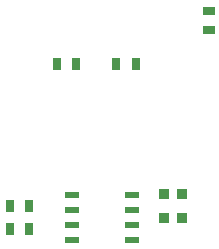
<source format=gbr>
G04 EAGLE Gerber RS-274X export*
G75*
%MOMM*%
%FSLAX34Y34*%
%LPD*%
%INSolderpaste Bottom*%
%IPPOS*%
%AMOC8*
5,1,8,0,0,1.08239X$1,22.5*%
G01*
G04 Define Apertures*
%ADD10R,1.194200X0.508000*%
%ADD11R,0.798700X0.973900*%
%ADD12R,0.920900X0.970200*%
%ADD13R,0.973900X0.798700*%
D10*
X25529Y19050D03*
X25529Y6350D03*
X25529Y-6350D03*
X25529Y-19050D03*
X-25529Y-19050D03*
X-25529Y-6350D03*
X-25529Y6350D03*
X-25529Y19050D03*
D11*
X-61848Y10000D03*
X-78152Y10000D03*
X-61848Y-10000D03*
X-78152Y-10000D03*
D12*
X52254Y20000D03*
X67746Y20000D03*
X52254Y0D03*
X67746Y0D03*
D11*
X11848Y130000D03*
X28152Y130000D03*
D13*
X90000Y175085D03*
X90000Y158781D03*
D11*
X-21848Y130000D03*
X-38152Y130000D03*
M02*

</source>
